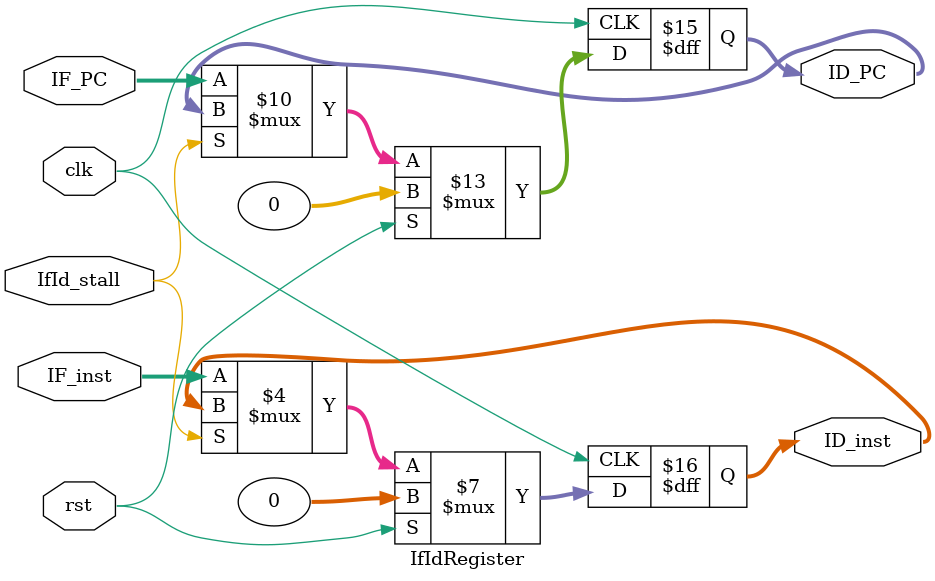
<source format=v>
`timescale 1ns / 1ps
module IfIdRegister(input clk,
					input rst,
					input [31:0] IF_PC,
					input [31:0] IF_inst,
					input IfId_stall,
					output reg [31:0] ID_PC,
					output reg [31:0] ID_inst
    );
	
	always @(posedge clk) begin
		if(rst) begin
			ID_PC<=32'h0;
			ID_inst<=32'h0;
		end
		else if(IfId_stall == 1) begin
			ID_PC<=ID_PC;
			ID_inst <= ID_inst;
		end
		else begin
			ID_PC<=IF_PC[31:0];
			ID_inst<=IF_inst[31:0];
		end
	end
endmodule

</source>
